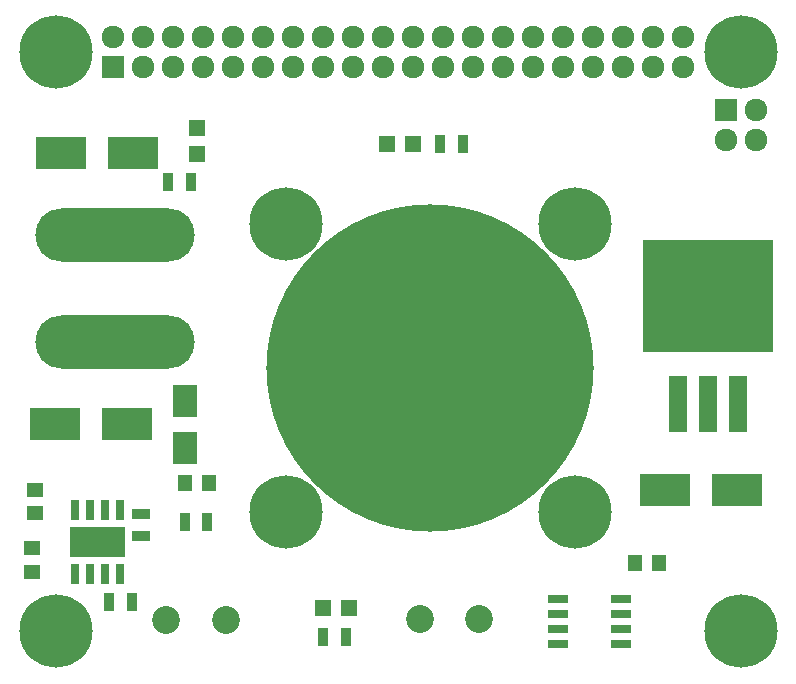
<source format=gts>
G04 #@! TF.FileFunction,Soldermask,Top*
%FSLAX46Y46*%
G04 Gerber Fmt 4.6, Leading zero omitted, Abs format (unit mm)*
G04 Created by KiCad (PCBNEW 4.0.2+dfsg1-stable) date Fri 22 Jun 2018 04:45:43 AM EDT*
%MOMM*%
G01*
G04 APERTURE LIST*
%ADD10C,0.100000*%
%ADD11C,2.359000*%
%ADD12R,1.590000X4.800000*%
%ADD13R,11.000000X9.600000*%
%ADD14R,4.200000X2.700000*%
%ADD15R,1.200000X1.450000*%
%ADD16R,1.450000X1.200000*%
%ADD17R,2.000000X2.700000*%
%ADD18R,1.927200X1.927200*%
%ADD19O,1.927200X1.927200*%
%ADD20C,1.724000*%
%ADD21O,13.500000X4.500000*%
%ADD22C,6.200000*%
%ADD23C,27.700000*%
%ADD24R,0.900000X1.500000*%
%ADD25R,1.500000X0.900000*%
%ADD26R,0.800000X1.750000*%
%ADD27R,2.700000X1.375000*%
%ADD28R,1.400000X1.400000*%
%ADD29R,1.750000X0.800000*%
G04 APERTURE END LIST*
D10*
D11*
X50880000Y-67970000D03*
X55880000Y-67970000D03*
D12*
X75210000Y-49800000D03*
D13*
X75210000Y-40640000D03*
D12*
X77750000Y-49800000D03*
X72670000Y-49800000D03*
D14*
X26550000Y-28500000D03*
X20450000Y-28500000D03*
D15*
X33000000Y-56500000D03*
X31000000Y-56500000D03*
D14*
X19950000Y-51500000D03*
X26050000Y-51500000D03*
D16*
X18270000Y-57030000D03*
X18270000Y-59030000D03*
D14*
X77730000Y-57070000D03*
X71630000Y-57070000D03*
D15*
X71070000Y-63270000D03*
X69070000Y-63270000D03*
D16*
X18000000Y-62000000D03*
X18000000Y-64000000D03*
D17*
X30927000Y-49531000D03*
X30927000Y-53531000D03*
D11*
X29390000Y-68080000D03*
X34390000Y-68080000D03*
D18*
X24870000Y-21270000D03*
D19*
X24870000Y-18730000D03*
X27410000Y-21270000D03*
X27410000Y-18730000D03*
X29950000Y-21270000D03*
X29950000Y-18730000D03*
X32490000Y-21270000D03*
X32490000Y-18730000D03*
X35030000Y-21270000D03*
X35030000Y-18730000D03*
X37570000Y-21270000D03*
X37570000Y-18730000D03*
X40110000Y-21270000D03*
X40110000Y-18730000D03*
X42650000Y-21270000D03*
X42650000Y-18730000D03*
X45190000Y-21270000D03*
X45190000Y-18730000D03*
X47730000Y-21270000D03*
X47730000Y-18730000D03*
X50270000Y-21270000D03*
X50270000Y-18730000D03*
X52810000Y-21270000D03*
X52810000Y-18730000D03*
X55350000Y-21270000D03*
X55350000Y-18730000D03*
X57890000Y-21270000D03*
X57890000Y-18730000D03*
X60430000Y-21270000D03*
X60430000Y-18730000D03*
X62970000Y-21270000D03*
X62970000Y-18730000D03*
X65510000Y-21270000D03*
X65510000Y-18730000D03*
X68050000Y-21270000D03*
X68050000Y-18730000D03*
X70590000Y-21270000D03*
X70590000Y-18730000D03*
X73130000Y-21270000D03*
X73130000Y-18730000D03*
D20*
X25000000Y-36190000D03*
X23730000Y-34920000D03*
X22460000Y-36190000D03*
X19920000Y-36190000D03*
X21190000Y-34920000D03*
X27540000Y-36190000D03*
X26270000Y-34920000D03*
X28810000Y-34920000D03*
X23730000Y-45080000D03*
X22460000Y-43810000D03*
X19920000Y-43810000D03*
X21190000Y-45080000D03*
X27540000Y-43810000D03*
X26270000Y-45080000D03*
X28810000Y-45080000D03*
X30080000Y-43810000D03*
D21*
X25000000Y-44500000D03*
X25000000Y-35500000D03*
D20*
X25000000Y-43810000D03*
X30080000Y-36190000D03*
D22*
X20000000Y-69000000D03*
X78000000Y-69000000D03*
X78000000Y-20000000D03*
X20000000Y-20000000D03*
D23*
X51740000Y-46710000D03*
D22*
X63940000Y-58910000D03*
X39540000Y-34510000D03*
X39540000Y-58910000D03*
X63940000Y-34510000D03*
D24*
X54454000Y-27756000D03*
X52554000Y-27756000D03*
X44554000Y-69524000D03*
X42654000Y-69524000D03*
X31450000Y-31000000D03*
X29550000Y-31000000D03*
X24550000Y-66500000D03*
X26450000Y-66500000D03*
X30950000Y-59740000D03*
X32850000Y-59740000D03*
D25*
X27244000Y-60990000D03*
X27244000Y-59090000D03*
D26*
X21656000Y-64137000D03*
X22926000Y-64137000D03*
X24196000Y-64137000D03*
X25466000Y-64137000D03*
X25466000Y-58737000D03*
X24196000Y-58737000D03*
X22926000Y-58737000D03*
X21656000Y-58737000D03*
D27*
X24561000Y-60849500D03*
X22561000Y-60849500D03*
X24561000Y-62024500D03*
X22561000Y-62024500D03*
D28*
X48086000Y-27756000D03*
X50286000Y-27756000D03*
X44810000Y-67040000D03*
X42610000Y-67040000D03*
X32000000Y-26400000D03*
X32000000Y-28600000D03*
D18*
X76730000Y-24853000D03*
D19*
X79270000Y-24853000D03*
X76730000Y-27393000D03*
X79270000Y-27393000D03*
D29*
X67910000Y-70135000D03*
X67910000Y-68865000D03*
X67910000Y-67595000D03*
X67910000Y-66325000D03*
X62510000Y-66325000D03*
X62510000Y-67595000D03*
X62510000Y-68865000D03*
X62510000Y-70135000D03*
M02*

</source>
